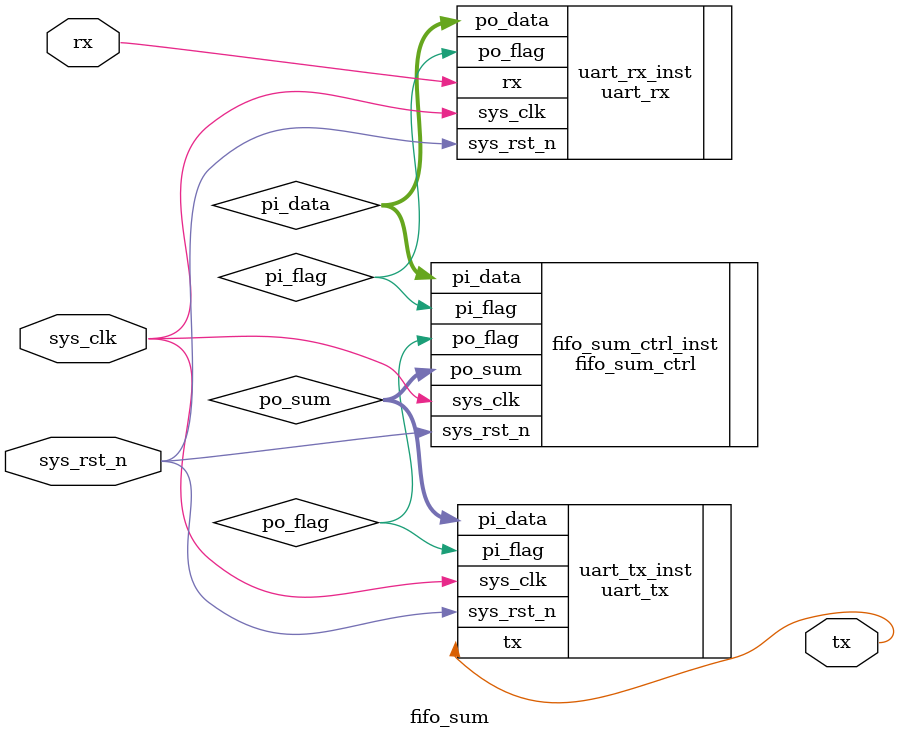
<source format=v>
`timescale  1ns/1ns

module  fifo_sum
(
    input     wire    sys_clk       ,   //输入系统时钟,50MHz
    input     wire    sys_rst_n     ,   //复位信号,低电平有效
    input     wire    rx            ,   //串口数据接收

    output    wire    tx                //串口数据发送
);

//********************************************************************//
//****************** Parameter and Internal Signal *******************//
//********************************************************************//
//parameter define
parameter   UART_BPS    =   14'd9600        ,   //比特率
            CLK_FREQ    =   26'd50_000_000  ;   //时钟频率

//wire define
wire    [7:0]   pi_data ;   //输入待求和数据
wire            pi_flag ;   //输入数据标志信号
wire    [7:0]   po_sum  ;   //输出求和后数据
wire            po_flag ;   //输出数据标志信号

//********************************************************************//
//*************************** Instantiation **************************//
//********************************************************************//

//------------- uart_rx_inst --------------
uart_rx
#(
    .UART_BPS    (UART_BPS  ),  //串口波特率
    .CLK_FREQ    (CLK_FREQ  )   //时钟频率
)
uart_rx_inst
(
    .sys_clk    (sys_clk    ),  //系统时钟50Mhz
    .sys_rst_n  (sys_rst_n  ),  //全局复位
    .rx         (rx         ),  //串口接收数据

    .po_data    (pi_data    ),  //串转并后的数据
    .po_flag    (pi_flag    )   //串转并后的数据有效标志信号
);

//------------- fifo_sum_ctrl_inst --------------
fifo_sum_ctrl  fifo_sum_ctrl_inst
(
    .sys_clk    (sys_clk    ),  //频率为50MHz
    .sys_rst_n  (sys_rst_n  ),  //复位信号,低有效
    .pi_data    (pi_data    ),  //rx传入的数据信号
    .pi_flag    (pi_flag    ),  //rx传入的标志信号

    .po_sum     (po_sum     ),  //求和运算后的信号
    .po_flag    (po_flag    )   //输出数据标志信号
);

//------------- uart_tx_inst --------------
uart_tx
#(
    .UART_BPS    (UART_BPS  ),  //串口波特率
    .CLK_FREQ    (CLK_FREQ  )   //时钟频率
)
uart_tx_inst
(
    .sys_clk    (sys_clk    ),  //系统时钟50Mhz
    .sys_rst_n  (sys_rst_n  ),  //全局复位
    .pi_data    (po_sum     ),  //并行数据
    .pi_flag    (po_flag    ),  //并行数据有效标志信号

    .tx         (tx         )   //串口发送数据
);

endmodule
</source>
